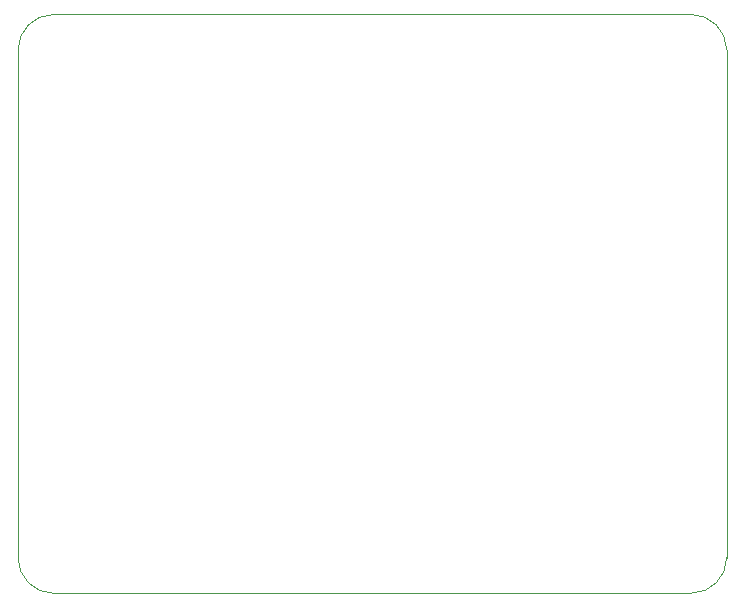
<source format=gbr>
%TF.GenerationSoftware,KiCad,Pcbnew,(5.1.4)-1*%
%TF.CreationDate,2020-09-17T17:05:27-05:00*%
%TF.ProjectId,mAcTX_Quadra_840av,6d416354-585f-4517-9561-6472615f3834,rev?*%
%TF.SameCoordinates,Original*%
%TF.FileFunction,Profile,NP*%
%FSLAX46Y46*%
G04 Gerber Fmt 4.6, Leading zero omitted, Abs format (unit mm)*
G04 Created by KiCad (PCBNEW (5.1.4)-1) date 2020-09-17 17:05:27*
%MOMM*%
%LPD*%
G04 APERTURE LIST*
%ADD10C,0.050000*%
G04 APERTURE END LIST*
D10*
X110000000Y-117000000D02*
G75*
G02X107000000Y-120000000I-3000000J0D01*
G01*
X107000000Y-71000000D02*
G75*
G02X110000000Y-74000000I0J-3000000D01*
G01*
X50000000Y-74000000D02*
G75*
G02X53000000Y-71000000I3000000J0D01*
G01*
X53000000Y-120000000D02*
G75*
G02X50000000Y-117000000I0J3000000D01*
G01*
X50000000Y-117000000D02*
X50000000Y-74000000D01*
X107000000Y-120000000D02*
X53000000Y-120000000D01*
X110000000Y-74000000D02*
X110000000Y-117000000D01*
X53000000Y-71000000D02*
X107000000Y-71000000D01*
M02*

</source>
